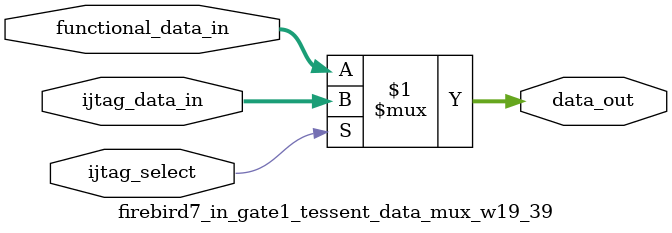
<source format=sv>

module firebird7_in_gate1_tessent_data_mux_w19_39 (
  input wire ijtag_select,
  input wire [18:0]  functional_data_in,
  input wire [18:0]  ijtag_data_in,
  output wire [18:0] data_out
);
assign data_out = (ijtag_select) ? ijtag_data_in : functional_data_in;
endmodule

</source>
